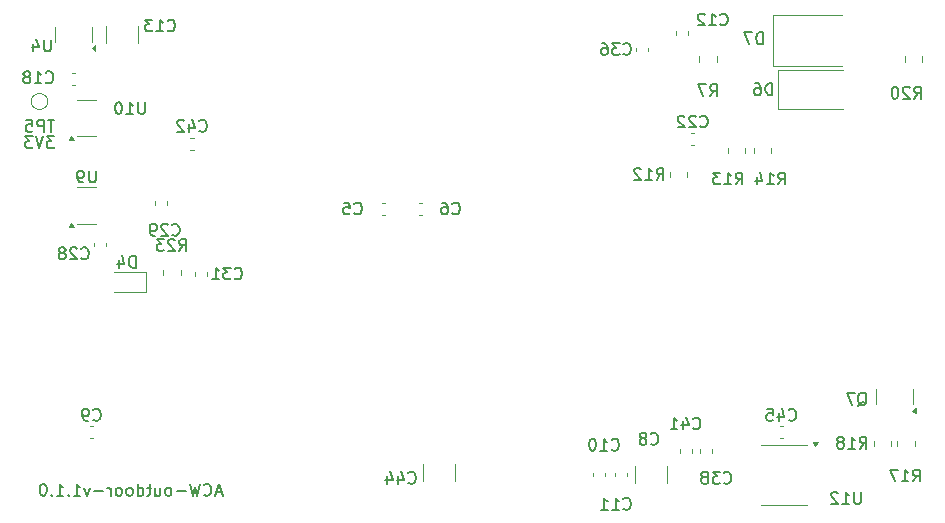
<source format=gbr>
%TF.GenerationSoftware,KiCad,Pcbnew,8.0.2-8.0.2-0~ubuntu22.04.1*%
%TF.CreationDate,2024-05-11T00:12:29+03:00*%
%TF.ProjectId,outdoor-module,6f757464-6f6f-4722-9d6d-6f64756c652e,rev?*%
%TF.SameCoordinates,Original*%
%TF.FileFunction,Legend,Bot*%
%TF.FilePolarity,Positive*%
%FSLAX46Y46*%
G04 Gerber Fmt 4.6, Leading zero omitted, Abs format (unit mm)*
G04 Created by KiCad (PCBNEW 8.0.2-8.0.2-0~ubuntu22.04.1) date 2024-05-11 00:12:29*
%MOMM*%
%LPD*%
G01*
G04 APERTURE LIST*
%ADD10C,0.150000*%
%ADD11C,0.120000*%
G04 APERTURE END LIST*
D10*
X77210839Y-81084104D02*
X76734649Y-81084104D01*
X77306077Y-81369819D02*
X76972744Y-80369819D01*
X76972744Y-80369819D02*
X76639411Y-81369819D01*
X75734649Y-81274580D02*
X75782268Y-81322200D01*
X75782268Y-81322200D02*
X75925125Y-81369819D01*
X75925125Y-81369819D02*
X76020363Y-81369819D01*
X76020363Y-81369819D02*
X76163220Y-81322200D01*
X76163220Y-81322200D02*
X76258458Y-81226961D01*
X76258458Y-81226961D02*
X76306077Y-81131723D01*
X76306077Y-81131723D02*
X76353696Y-80941247D01*
X76353696Y-80941247D02*
X76353696Y-80798390D01*
X76353696Y-80798390D02*
X76306077Y-80607914D01*
X76306077Y-80607914D02*
X76258458Y-80512676D01*
X76258458Y-80512676D02*
X76163220Y-80417438D01*
X76163220Y-80417438D02*
X76020363Y-80369819D01*
X76020363Y-80369819D02*
X75925125Y-80369819D01*
X75925125Y-80369819D02*
X75782268Y-80417438D01*
X75782268Y-80417438D02*
X75734649Y-80465057D01*
X75401315Y-80369819D02*
X75163220Y-81369819D01*
X75163220Y-81369819D02*
X74972744Y-80655533D01*
X74972744Y-80655533D02*
X74782268Y-81369819D01*
X74782268Y-81369819D02*
X74544173Y-80369819D01*
X74163220Y-80988866D02*
X73401316Y-80988866D01*
X72782268Y-81369819D02*
X72877506Y-81322200D01*
X72877506Y-81322200D02*
X72925125Y-81274580D01*
X72925125Y-81274580D02*
X72972744Y-81179342D01*
X72972744Y-81179342D02*
X72972744Y-80893628D01*
X72972744Y-80893628D02*
X72925125Y-80798390D01*
X72925125Y-80798390D02*
X72877506Y-80750771D01*
X72877506Y-80750771D02*
X72782268Y-80703152D01*
X72782268Y-80703152D02*
X72639411Y-80703152D01*
X72639411Y-80703152D02*
X72544173Y-80750771D01*
X72544173Y-80750771D02*
X72496554Y-80798390D01*
X72496554Y-80798390D02*
X72448935Y-80893628D01*
X72448935Y-80893628D02*
X72448935Y-81179342D01*
X72448935Y-81179342D02*
X72496554Y-81274580D01*
X72496554Y-81274580D02*
X72544173Y-81322200D01*
X72544173Y-81322200D02*
X72639411Y-81369819D01*
X72639411Y-81369819D02*
X72782268Y-81369819D01*
X71591792Y-80703152D02*
X71591792Y-81369819D01*
X72020363Y-80703152D02*
X72020363Y-81226961D01*
X72020363Y-81226961D02*
X71972744Y-81322200D01*
X71972744Y-81322200D02*
X71877506Y-81369819D01*
X71877506Y-81369819D02*
X71734649Y-81369819D01*
X71734649Y-81369819D02*
X71639411Y-81322200D01*
X71639411Y-81322200D02*
X71591792Y-81274580D01*
X71258458Y-80703152D02*
X70877506Y-80703152D01*
X71115601Y-80369819D02*
X71115601Y-81226961D01*
X71115601Y-81226961D02*
X71067982Y-81322200D01*
X71067982Y-81322200D02*
X70972744Y-81369819D01*
X70972744Y-81369819D02*
X70877506Y-81369819D01*
X70115601Y-81369819D02*
X70115601Y-80369819D01*
X70115601Y-81322200D02*
X70210839Y-81369819D01*
X70210839Y-81369819D02*
X70401315Y-81369819D01*
X70401315Y-81369819D02*
X70496553Y-81322200D01*
X70496553Y-81322200D02*
X70544172Y-81274580D01*
X70544172Y-81274580D02*
X70591791Y-81179342D01*
X70591791Y-81179342D02*
X70591791Y-80893628D01*
X70591791Y-80893628D02*
X70544172Y-80798390D01*
X70544172Y-80798390D02*
X70496553Y-80750771D01*
X70496553Y-80750771D02*
X70401315Y-80703152D01*
X70401315Y-80703152D02*
X70210839Y-80703152D01*
X70210839Y-80703152D02*
X70115601Y-80750771D01*
X69496553Y-81369819D02*
X69591791Y-81322200D01*
X69591791Y-81322200D02*
X69639410Y-81274580D01*
X69639410Y-81274580D02*
X69687029Y-81179342D01*
X69687029Y-81179342D02*
X69687029Y-80893628D01*
X69687029Y-80893628D02*
X69639410Y-80798390D01*
X69639410Y-80798390D02*
X69591791Y-80750771D01*
X69591791Y-80750771D02*
X69496553Y-80703152D01*
X69496553Y-80703152D02*
X69353696Y-80703152D01*
X69353696Y-80703152D02*
X69258458Y-80750771D01*
X69258458Y-80750771D02*
X69210839Y-80798390D01*
X69210839Y-80798390D02*
X69163220Y-80893628D01*
X69163220Y-80893628D02*
X69163220Y-81179342D01*
X69163220Y-81179342D02*
X69210839Y-81274580D01*
X69210839Y-81274580D02*
X69258458Y-81322200D01*
X69258458Y-81322200D02*
X69353696Y-81369819D01*
X69353696Y-81369819D02*
X69496553Y-81369819D01*
X68591791Y-81369819D02*
X68687029Y-81322200D01*
X68687029Y-81322200D02*
X68734648Y-81274580D01*
X68734648Y-81274580D02*
X68782267Y-81179342D01*
X68782267Y-81179342D02*
X68782267Y-80893628D01*
X68782267Y-80893628D02*
X68734648Y-80798390D01*
X68734648Y-80798390D02*
X68687029Y-80750771D01*
X68687029Y-80750771D02*
X68591791Y-80703152D01*
X68591791Y-80703152D02*
X68448934Y-80703152D01*
X68448934Y-80703152D02*
X68353696Y-80750771D01*
X68353696Y-80750771D02*
X68306077Y-80798390D01*
X68306077Y-80798390D02*
X68258458Y-80893628D01*
X68258458Y-80893628D02*
X68258458Y-81179342D01*
X68258458Y-81179342D02*
X68306077Y-81274580D01*
X68306077Y-81274580D02*
X68353696Y-81322200D01*
X68353696Y-81322200D02*
X68448934Y-81369819D01*
X68448934Y-81369819D02*
X68591791Y-81369819D01*
X67829886Y-81369819D02*
X67829886Y-80703152D01*
X67829886Y-80893628D02*
X67782267Y-80798390D01*
X67782267Y-80798390D02*
X67734648Y-80750771D01*
X67734648Y-80750771D02*
X67639410Y-80703152D01*
X67639410Y-80703152D02*
X67544172Y-80703152D01*
X67210838Y-80988866D02*
X66448934Y-80988866D01*
X66067981Y-80703152D02*
X65829886Y-81369819D01*
X65829886Y-81369819D02*
X65591791Y-80703152D01*
X64687029Y-81369819D02*
X65258457Y-81369819D01*
X64972743Y-81369819D02*
X64972743Y-80369819D01*
X64972743Y-80369819D02*
X65067981Y-80512676D01*
X65067981Y-80512676D02*
X65163219Y-80607914D01*
X65163219Y-80607914D02*
X65258457Y-80655533D01*
X64258457Y-81274580D02*
X64210838Y-81322200D01*
X64210838Y-81322200D02*
X64258457Y-81369819D01*
X64258457Y-81369819D02*
X64306076Y-81322200D01*
X64306076Y-81322200D02*
X64258457Y-81274580D01*
X64258457Y-81274580D02*
X64258457Y-81369819D01*
X63258458Y-81369819D02*
X63829886Y-81369819D01*
X63544172Y-81369819D02*
X63544172Y-80369819D01*
X63544172Y-80369819D02*
X63639410Y-80512676D01*
X63639410Y-80512676D02*
X63734648Y-80607914D01*
X63734648Y-80607914D02*
X63829886Y-80655533D01*
X62829886Y-81274580D02*
X62782267Y-81322200D01*
X62782267Y-81322200D02*
X62829886Y-81369819D01*
X62829886Y-81369819D02*
X62877505Y-81322200D01*
X62877505Y-81322200D02*
X62829886Y-81274580D01*
X62829886Y-81274580D02*
X62829886Y-81369819D01*
X62163220Y-80369819D02*
X62067982Y-80369819D01*
X62067982Y-80369819D02*
X61972744Y-80417438D01*
X61972744Y-80417438D02*
X61925125Y-80465057D01*
X61925125Y-80465057D02*
X61877506Y-80560295D01*
X61877506Y-80560295D02*
X61829887Y-80750771D01*
X61829887Y-80750771D02*
X61829887Y-80988866D01*
X61829887Y-80988866D02*
X61877506Y-81179342D01*
X61877506Y-81179342D02*
X61925125Y-81274580D01*
X61925125Y-81274580D02*
X61972744Y-81322200D01*
X61972744Y-81322200D02*
X62067982Y-81369819D01*
X62067982Y-81369819D02*
X62163220Y-81369819D01*
X62163220Y-81369819D02*
X62258458Y-81322200D01*
X62258458Y-81322200D02*
X62306077Y-81274580D01*
X62306077Y-81274580D02*
X62353696Y-81179342D01*
X62353696Y-81179342D02*
X62401315Y-80988866D01*
X62401315Y-80988866D02*
X62401315Y-80750771D01*
X62401315Y-80750771D02*
X62353696Y-80560295D01*
X62353696Y-80560295D02*
X62306077Y-80465057D01*
X62306077Y-80465057D02*
X62258458Y-80417438D01*
X62258458Y-80417438D02*
X62163220Y-80369819D01*
X111242857Y-82459580D02*
X111290476Y-82507200D01*
X111290476Y-82507200D02*
X111433333Y-82554819D01*
X111433333Y-82554819D02*
X111528571Y-82554819D01*
X111528571Y-82554819D02*
X111671428Y-82507200D01*
X111671428Y-82507200D02*
X111766666Y-82411961D01*
X111766666Y-82411961D02*
X111814285Y-82316723D01*
X111814285Y-82316723D02*
X111861904Y-82126247D01*
X111861904Y-82126247D02*
X111861904Y-81983390D01*
X111861904Y-81983390D02*
X111814285Y-81792914D01*
X111814285Y-81792914D02*
X111766666Y-81697676D01*
X111766666Y-81697676D02*
X111671428Y-81602438D01*
X111671428Y-81602438D02*
X111528571Y-81554819D01*
X111528571Y-81554819D02*
X111433333Y-81554819D01*
X111433333Y-81554819D02*
X111290476Y-81602438D01*
X111290476Y-81602438D02*
X111242857Y-81650057D01*
X110290476Y-82554819D02*
X110861904Y-82554819D01*
X110576190Y-82554819D02*
X110576190Y-81554819D01*
X110576190Y-81554819D02*
X110671428Y-81697676D01*
X110671428Y-81697676D02*
X110766666Y-81792914D01*
X110766666Y-81792914D02*
X110861904Y-81840533D01*
X109338095Y-82554819D02*
X109909523Y-82554819D01*
X109623809Y-82554819D02*
X109623809Y-81554819D01*
X109623809Y-81554819D02*
X109719047Y-81697676D01*
X109719047Y-81697676D02*
X109814285Y-81792914D01*
X109814285Y-81792914D02*
X109909523Y-81840533D01*
X73642857Y-60654819D02*
X73976190Y-60178628D01*
X74214285Y-60654819D02*
X74214285Y-59654819D01*
X74214285Y-59654819D02*
X73833333Y-59654819D01*
X73833333Y-59654819D02*
X73738095Y-59702438D01*
X73738095Y-59702438D02*
X73690476Y-59750057D01*
X73690476Y-59750057D02*
X73642857Y-59845295D01*
X73642857Y-59845295D02*
X73642857Y-59988152D01*
X73642857Y-59988152D02*
X73690476Y-60083390D01*
X73690476Y-60083390D02*
X73738095Y-60131009D01*
X73738095Y-60131009D02*
X73833333Y-60178628D01*
X73833333Y-60178628D02*
X74214285Y-60178628D01*
X73261904Y-59750057D02*
X73214285Y-59702438D01*
X73214285Y-59702438D02*
X73119047Y-59654819D01*
X73119047Y-59654819D02*
X72880952Y-59654819D01*
X72880952Y-59654819D02*
X72785714Y-59702438D01*
X72785714Y-59702438D02*
X72738095Y-59750057D01*
X72738095Y-59750057D02*
X72690476Y-59845295D01*
X72690476Y-59845295D02*
X72690476Y-59940533D01*
X72690476Y-59940533D02*
X72738095Y-60083390D01*
X72738095Y-60083390D02*
X73309523Y-60654819D01*
X73309523Y-60654819D02*
X72690476Y-60654819D01*
X72357142Y-59654819D02*
X71738095Y-59654819D01*
X71738095Y-59654819D02*
X72071428Y-60035771D01*
X72071428Y-60035771D02*
X71928571Y-60035771D01*
X71928571Y-60035771D02*
X71833333Y-60083390D01*
X71833333Y-60083390D02*
X71785714Y-60131009D01*
X71785714Y-60131009D02*
X71738095Y-60226247D01*
X71738095Y-60226247D02*
X71738095Y-60464342D01*
X71738095Y-60464342D02*
X71785714Y-60559580D01*
X71785714Y-60559580D02*
X71833333Y-60607200D01*
X71833333Y-60607200D02*
X71928571Y-60654819D01*
X71928571Y-60654819D02*
X72214285Y-60654819D01*
X72214285Y-60654819D02*
X72309523Y-60607200D01*
X72309523Y-60607200D02*
X72357142Y-60559580D01*
X72642857Y-41959580D02*
X72690476Y-42007200D01*
X72690476Y-42007200D02*
X72833333Y-42054819D01*
X72833333Y-42054819D02*
X72928571Y-42054819D01*
X72928571Y-42054819D02*
X73071428Y-42007200D01*
X73071428Y-42007200D02*
X73166666Y-41911961D01*
X73166666Y-41911961D02*
X73214285Y-41816723D01*
X73214285Y-41816723D02*
X73261904Y-41626247D01*
X73261904Y-41626247D02*
X73261904Y-41483390D01*
X73261904Y-41483390D02*
X73214285Y-41292914D01*
X73214285Y-41292914D02*
X73166666Y-41197676D01*
X73166666Y-41197676D02*
X73071428Y-41102438D01*
X73071428Y-41102438D02*
X72928571Y-41054819D01*
X72928571Y-41054819D02*
X72833333Y-41054819D01*
X72833333Y-41054819D02*
X72690476Y-41102438D01*
X72690476Y-41102438D02*
X72642857Y-41150057D01*
X71690476Y-42054819D02*
X72261904Y-42054819D01*
X71976190Y-42054819D02*
X71976190Y-41054819D01*
X71976190Y-41054819D02*
X72071428Y-41197676D01*
X72071428Y-41197676D02*
X72166666Y-41292914D01*
X72166666Y-41292914D02*
X72261904Y-41340533D01*
X71357142Y-41054819D02*
X70738095Y-41054819D01*
X70738095Y-41054819D02*
X71071428Y-41435771D01*
X71071428Y-41435771D02*
X70928571Y-41435771D01*
X70928571Y-41435771D02*
X70833333Y-41483390D01*
X70833333Y-41483390D02*
X70785714Y-41531009D01*
X70785714Y-41531009D02*
X70738095Y-41626247D01*
X70738095Y-41626247D02*
X70738095Y-41864342D01*
X70738095Y-41864342D02*
X70785714Y-41959580D01*
X70785714Y-41959580D02*
X70833333Y-42007200D01*
X70833333Y-42007200D02*
X70928571Y-42054819D01*
X70928571Y-42054819D02*
X71214285Y-42054819D01*
X71214285Y-42054819D02*
X71309523Y-42007200D01*
X71309523Y-42007200D02*
X71357142Y-41959580D01*
X62342857Y-46359580D02*
X62390476Y-46407200D01*
X62390476Y-46407200D02*
X62533333Y-46454819D01*
X62533333Y-46454819D02*
X62628571Y-46454819D01*
X62628571Y-46454819D02*
X62771428Y-46407200D01*
X62771428Y-46407200D02*
X62866666Y-46311961D01*
X62866666Y-46311961D02*
X62914285Y-46216723D01*
X62914285Y-46216723D02*
X62961904Y-46026247D01*
X62961904Y-46026247D02*
X62961904Y-45883390D01*
X62961904Y-45883390D02*
X62914285Y-45692914D01*
X62914285Y-45692914D02*
X62866666Y-45597676D01*
X62866666Y-45597676D02*
X62771428Y-45502438D01*
X62771428Y-45502438D02*
X62628571Y-45454819D01*
X62628571Y-45454819D02*
X62533333Y-45454819D01*
X62533333Y-45454819D02*
X62390476Y-45502438D01*
X62390476Y-45502438D02*
X62342857Y-45550057D01*
X61390476Y-46454819D02*
X61961904Y-46454819D01*
X61676190Y-46454819D02*
X61676190Y-45454819D01*
X61676190Y-45454819D02*
X61771428Y-45597676D01*
X61771428Y-45597676D02*
X61866666Y-45692914D01*
X61866666Y-45692914D02*
X61961904Y-45740533D01*
X60819047Y-45883390D02*
X60914285Y-45835771D01*
X60914285Y-45835771D02*
X60961904Y-45788152D01*
X60961904Y-45788152D02*
X61009523Y-45692914D01*
X61009523Y-45692914D02*
X61009523Y-45645295D01*
X61009523Y-45645295D02*
X60961904Y-45550057D01*
X60961904Y-45550057D02*
X60914285Y-45502438D01*
X60914285Y-45502438D02*
X60819047Y-45454819D01*
X60819047Y-45454819D02*
X60628571Y-45454819D01*
X60628571Y-45454819D02*
X60533333Y-45502438D01*
X60533333Y-45502438D02*
X60485714Y-45550057D01*
X60485714Y-45550057D02*
X60438095Y-45645295D01*
X60438095Y-45645295D02*
X60438095Y-45692914D01*
X60438095Y-45692914D02*
X60485714Y-45788152D01*
X60485714Y-45788152D02*
X60533333Y-45835771D01*
X60533333Y-45835771D02*
X60628571Y-45883390D01*
X60628571Y-45883390D02*
X60819047Y-45883390D01*
X60819047Y-45883390D02*
X60914285Y-45931009D01*
X60914285Y-45931009D02*
X60961904Y-45978628D01*
X60961904Y-45978628D02*
X61009523Y-46073866D01*
X61009523Y-46073866D02*
X61009523Y-46264342D01*
X61009523Y-46264342D02*
X60961904Y-46359580D01*
X60961904Y-46359580D02*
X60914285Y-46407200D01*
X60914285Y-46407200D02*
X60819047Y-46454819D01*
X60819047Y-46454819D02*
X60628571Y-46454819D01*
X60628571Y-46454819D02*
X60533333Y-46407200D01*
X60533333Y-46407200D02*
X60485714Y-46359580D01*
X60485714Y-46359580D02*
X60438095Y-46264342D01*
X60438095Y-46264342D02*
X60438095Y-46073866D01*
X60438095Y-46073866D02*
X60485714Y-45978628D01*
X60485714Y-45978628D02*
X60533333Y-45931009D01*
X60533333Y-45931009D02*
X60628571Y-45883390D01*
X124343272Y-55024211D02*
X124676605Y-54548020D01*
X124914700Y-55024211D02*
X124914700Y-54024211D01*
X124914700Y-54024211D02*
X124533748Y-54024211D01*
X124533748Y-54024211D02*
X124438510Y-54071830D01*
X124438510Y-54071830D02*
X124390891Y-54119449D01*
X124390891Y-54119449D02*
X124343272Y-54214687D01*
X124343272Y-54214687D02*
X124343272Y-54357544D01*
X124343272Y-54357544D02*
X124390891Y-54452782D01*
X124390891Y-54452782D02*
X124438510Y-54500401D01*
X124438510Y-54500401D02*
X124533748Y-54548020D01*
X124533748Y-54548020D02*
X124914700Y-54548020D01*
X123390891Y-55024211D02*
X123962319Y-55024211D01*
X123676605Y-55024211D02*
X123676605Y-54024211D01*
X123676605Y-54024211D02*
X123771843Y-54167068D01*
X123771843Y-54167068D02*
X123867081Y-54262306D01*
X123867081Y-54262306D02*
X123962319Y-54309925D01*
X122533748Y-54357544D02*
X122533748Y-55024211D01*
X122771843Y-53976592D02*
X123009938Y-54690877D01*
X123009938Y-54690877D02*
X122390891Y-54690877D01*
X125242857Y-74929580D02*
X125290476Y-74977200D01*
X125290476Y-74977200D02*
X125433333Y-75024819D01*
X125433333Y-75024819D02*
X125528571Y-75024819D01*
X125528571Y-75024819D02*
X125671428Y-74977200D01*
X125671428Y-74977200D02*
X125766666Y-74881961D01*
X125766666Y-74881961D02*
X125814285Y-74786723D01*
X125814285Y-74786723D02*
X125861904Y-74596247D01*
X125861904Y-74596247D02*
X125861904Y-74453390D01*
X125861904Y-74453390D02*
X125814285Y-74262914D01*
X125814285Y-74262914D02*
X125766666Y-74167676D01*
X125766666Y-74167676D02*
X125671428Y-74072438D01*
X125671428Y-74072438D02*
X125528571Y-74024819D01*
X125528571Y-74024819D02*
X125433333Y-74024819D01*
X125433333Y-74024819D02*
X125290476Y-74072438D01*
X125290476Y-74072438D02*
X125242857Y-74120057D01*
X124385714Y-74358152D02*
X124385714Y-75024819D01*
X124623809Y-73977200D02*
X124861904Y-74691485D01*
X124861904Y-74691485D02*
X124242857Y-74691485D01*
X123385714Y-74024819D02*
X123861904Y-74024819D01*
X123861904Y-74024819D02*
X123909523Y-74501009D01*
X123909523Y-74501009D02*
X123861904Y-74453390D01*
X123861904Y-74453390D02*
X123766666Y-74405771D01*
X123766666Y-74405771D02*
X123528571Y-74405771D01*
X123528571Y-74405771D02*
X123433333Y-74453390D01*
X123433333Y-74453390D02*
X123385714Y-74501009D01*
X123385714Y-74501009D02*
X123338095Y-74596247D01*
X123338095Y-74596247D02*
X123338095Y-74834342D01*
X123338095Y-74834342D02*
X123385714Y-74929580D01*
X123385714Y-74929580D02*
X123433333Y-74977200D01*
X123433333Y-74977200D02*
X123528571Y-75024819D01*
X123528571Y-75024819D02*
X123766666Y-75024819D01*
X123766666Y-75024819D02*
X123861904Y-74977200D01*
X123861904Y-74977200D02*
X123909523Y-74929580D01*
X118566666Y-47554819D02*
X118899999Y-47078628D01*
X119138094Y-47554819D02*
X119138094Y-46554819D01*
X119138094Y-46554819D02*
X118757142Y-46554819D01*
X118757142Y-46554819D02*
X118661904Y-46602438D01*
X118661904Y-46602438D02*
X118614285Y-46650057D01*
X118614285Y-46650057D02*
X118566666Y-46745295D01*
X118566666Y-46745295D02*
X118566666Y-46888152D01*
X118566666Y-46888152D02*
X118614285Y-46983390D01*
X118614285Y-46983390D02*
X118661904Y-47031009D01*
X118661904Y-47031009D02*
X118757142Y-47078628D01*
X118757142Y-47078628D02*
X119138094Y-47078628D01*
X118233332Y-46554819D02*
X117566666Y-46554819D01*
X117566666Y-46554819D02*
X117995237Y-47554819D01*
X123838094Y-47454819D02*
X123838094Y-46454819D01*
X123838094Y-46454819D02*
X123599999Y-46454819D01*
X123599999Y-46454819D02*
X123457142Y-46502438D01*
X123457142Y-46502438D02*
X123361904Y-46597676D01*
X123361904Y-46597676D02*
X123314285Y-46692914D01*
X123314285Y-46692914D02*
X123266666Y-46883390D01*
X123266666Y-46883390D02*
X123266666Y-47026247D01*
X123266666Y-47026247D02*
X123314285Y-47216723D01*
X123314285Y-47216723D02*
X123361904Y-47311961D01*
X123361904Y-47311961D02*
X123457142Y-47407200D01*
X123457142Y-47407200D02*
X123599999Y-47454819D01*
X123599999Y-47454819D02*
X123838094Y-47454819D01*
X122409523Y-46454819D02*
X122599999Y-46454819D01*
X122599999Y-46454819D02*
X122695237Y-46502438D01*
X122695237Y-46502438D02*
X122742856Y-46550057D01*
X122742856Y-46550057D02*
X122838094Y-46692914D01*
X122838094Y-46692914D02*
X122885713Y-46883390D01*
X122885713Y-46883390D02*
X122885713Y-47264342D01*
X122885713Y-47264342D02*
X122838094Y-47359580D01*
X122838094Y-47359580D02*
X122790475Y-47407200D01*
X122790475Y-47407200D02*
X122695237Y-47454819D01*
X122695237Y-47454819D02*
X122504761Y-47454819D01*
X122504761Y-47454819D02*
X122409523Y-47407200D01*
X122409523Y-47407200D02*
X122361904Y-47359580D01*
X122361904Y-47359580D02*
X122314285Y-47264342D01*
X122314285Y-47264342D02*
X122314285Y-47026247D01*
X122314285Y-47026247D02*
X122361904Y-46931009D01*
X122361904Y-46931009D02*
X122409523Y-46883390D01*
X122409523Y-46883390D02*
X122504761Y-46835771D01*
X122504761Y-46835771D02*
X122695237Y-46835771D01*
X122695237Y-46835771D02*
X122790475Y-46883390D01*
X122790475Y-46883390D02*
X122838094Y-46931009D01*
X122838094Y-46931009D02*
X122885713Y-47026247D01*
X123038094Y-43154819D02*
X123038094Y-42154819D01*
X123038094Y-42154819D02*
X122799999Y-42154819D01*
X122799999Y-42154819D02*
X122657142Y-42202438D01*
X122657142Y-42202438D02*
X122561904Y-42297676D01*
X122561904Y-42297676D02*
X122514285Y-42392914D01*
X122514285Y-42392914D02*
X122466666Y-42583390D01*
X122466666Y-42583390D02*
X122466666Y-42726247D01*
X122466666Y-42726247D02*
X122514285Y-42916723D01*
X122514285Y-42916723D02*
X122561904Y-43011961D01*
X122561904Y-43011961D02*
X122657142Y-43107200D01*
X122657142Y-43107200D02*
X122799999Y-43154819D01*
X122799999Y-43154819D02*
X123038094Y-43154819D01*
X122133332Y-42154819D02*
X121466666Y-42154819D01*
X121466666Y-42154819D02*
X121895237Y-43154819D01*
X120743272Y-55024211D02*
X121076605Y-54548020D01*
X121314700Y-55024211D02*
X121314700Y-54024211D01*
X121314700Y-54024211D02*
X120933748Y-54024211D01*
X120933748Y-54024211D02*
X120838510Y-54071830D01*
X120838510Y-54071830D02*
X120790891Y-54119449D01*
X120790891Y-54119449D02*
X120743272Y-54214687D01*
X120743272Y-54214687D02*
X120743272Y-54357544D01*
X120743272Y-54357544D02*
X120790891Y-54452782D01*
X120790891Y-54452782D02*
X120838510Y-54500401D01*
X120838510Y-54500401D02*
X120933748Y-54548020D01*
X120933748Y-54548020D02*
X121314700Y-54548020D01*
X119790891Y-55024211D02*
X120362319Y-55024211D01*
X120076605Y-55024211D02*
X120076605Y-54024211D01*
X120076605Y-54024211D02*
X120171843Y-54167068D01*
X120171843Y-54167068D02*
X120267081Y-54262306D01*
X120267081Y-54262306D02*
X120362319Y-54309925D01*
X119457557Y-54024211D02*
X118838510Y-54024211D01*
X118838510Y-54024211D02*
X119171843Y-54405163D01*
X119171843Y-54405163D02*
X119028986Y-54405163D01*
X119028986Y-54405163D02*
X118933748Y-54452782D01*
X118933748Y-54452782D02*
X118886129Y-54500401D01*
X118886129Y-54500401D02*
X118838510Y-54595639D01*
X118838510Y-54595639D02*
X118838510Y-54833734D01*
X118838510Y-54833734D02*
X118886129Y-54928972D01*
X118886129Y-54928972D02*
X118933748Y-54976592D01*
X118933748Y-54976592D02*
X119028986Y-55024211D01*
X119028986Y-55024211D02*
X119314700Y-55024211D01*
X119314700Y-55024211D02*
X119409938Y-54976592D01*
X119409938Y-54976592D02*
X119457557Y-54928972D01*
X131338094Y-81054819D02*
X131338094Y-81864342D01*
X131338094Y-81864342D02*
X131290475Y-81959580D01*
X131290475Y-81959580D02*
X131242856Y-82007200D01*
X131242856Y-82007200D02*
X131147618Y-82054819D01*
X131147618Y-82054819D02*
X130957142Y-82054819D01*
X130957142Y-82054819D02*
X130861904Y-82007200D01*
X130861904Y-82007200D02*
X130814285Y-81959580D01*
X130814285Y-81959580D02*
X130766666Y-81864342D01*
X130766666Y-81864342D02*
X130766666Y-81054819D01*
X129766666Y-82054819D02*
X130338094Y-82054819D01*
X130052380Y-82054819D02*
X130052380Y-81054819D01*
X130052380Y-81054819D02*
X130147618Y-81197676D01*
X130147618Y-81197676D02*
X130242856Y-81292914D01*
X130242856Y-81292914D02*
X130338094Y-81340533D01*
X129385713Y-81150057D02*
X129338094Y-81102438D01*
X129338094Y-81102438D02*
X129242856Y-81054819D01*
X129242856Y-81054819D02*
X129004761Y-81054819D01*
X129004761Y-81054819D02*
X128909523Y-81102438D01*
X128909523Y-81102438D02*
X128861904Y-81150057D01*
X128861904Y-81150057D02*
X128814285Y-81245295D01*
X128814285Y-81245295D02*
X128814285Y-81340533D01*
X128814285Y-81340533D02*
X128861904Y-81483390D01*
X128861904Y-81483390D02*
X129433332Y-82054819D01*
X129433332Y-82054819D02*
X128814285Y-82054819D01*
X62761904Y-42754819D02*
X62761904Y-43564342D01*
X62761904Y-43564342D02*
X62714285Y-43659580D01*
X62714285Y-43659580D02*
X62666666Y-43707200D01*
X62666666Y-43707200D02*
X62571428Y-43754819D01*
X62571428Y-43754819D02*
X62380952Y-43754819D01*
X62380952Y-43754819D02*
X62285714Y-43707200D01*
X62285714Y-43707200D02*
X62238095Y-43659580D01*
X62238095Y-43659580D02*
X62190476Y-43564342D01*
X62190476Y-43564342D02*
X62190476Y-42754819D01*
X61285714Y-43088152D02*
X61285714Y-43754819D01*
X61523809Y-42707200D02*
X61761904Y-43421485D01*
X61761904Y-43421485D02*
X61142857Y-43421485D01*
X93042857Y-80259580D02*
X93090476Y-80307200D01*
X93090476Y-80307200D02*
X93233333Y-80354819D01*
X93233333Y-80354819D02*
X93328571Y-80354819D01*
X93328571Y-80354819D02*
X93471428Y-80307200D01*
X93471428Y-80307200D02*
X93566666Y-80211961D01*
X93566666Y-80211961D02*
X93614285Y-80116723D01*
X93614285Y-80116723D02*
X93661904Y-79926247D01*
X93661904Y-79926247D02*
X93661904Y-79783390D01*
X93661904Y-79783390D02*
X93614285Y-79592914D01*
X93614285Y-79592914D02*
X93566666Y-79497676D01*
X93566666Y-79497676D02*
X93471428Y-79402438D01*
X93471428Y-79402438D02*
X93328571Y-79354819D01*
X93328571Y-79354819D02*
X93233333Y-79354819D01*
X93233333Y-79354819D02*
X93090476Y-79402438D01*
X93090476Y-79402438D02*
X93042857Y-79450057D01*
X92185714Y-79688152D02*
X92185714Y-80354819D01*
X92423809Y-79307200D02*
X92661904Y-80021485D01*
X92661904Y-80021485D02*
X92042857Y-80021485D01*
X91233333Y-79688152D02*
X91233333Y-80354819D01*
X91471428Y-79307200D02*
X91709523Y-80021485D01*
X91709523Y-80021485D02*
X91090476Y-80021485D01*
X88466666Y-57459580D02*
X88514285Y-57507200D01*
X88514285Y-57507200D02*
X88657142Y-57554819D01*
X88657142Y-57554819D02*
X88752380Y-57554819D01*
X88752380Y-57554819D02*
X88895237Y-57507200D01*
X88895237Y-57507200D02*
X88990475Y-57411961D01*
X88990475Y-57411961D02*
X89038094Y-57316723D01*
X89038094Y-57316723D02*
X89085713Y-57126247D01*
X89085713Y-57126247D02*
X89085713Y-56983390D01*
X89085713Y-56983390D02*
X89038094Y-56792914D01*
X89038094Y-56792914D02*
X88990475Y-56697676D01*
X88990475Y-56697676D02*
X88895237Y-56602438D01*
X88895237Y-56602438D02*
X88752380Y-56554819D01*
X88752380Y-56554819D02*
X88657142Y-56554819D01*
X88657142Y-56554819D02*
X88514285Y-56602438D01*
X88514285Y-56602438D02*
X88466666Y-56650057D01*
X87561904Y-56554819D02*
X88038094Y-56554819D01*
X88038094Y-56554819D02*
X88085713Y-57031009D01*
X88085713Y-57031009D02*
X88038094Y-56983390D01*
X88038094Y-56983390D02*
X87942856Y-56935771D01*
X87942856Y-56935771D02*
X87704761Y-56935771D01*
X87704761Y-56935771D02*
X87609523Y-56983390D01*
X87609523Y-56983390D02*
X87561904Y-57031009D01*
X87561904Y-57031009D02*
X87514285Y-57126247D01*
X87514285Y-57126247D02*
X87514285Y-57364342D01*
X87514285Y-57364342D02*
X87561904Y-57459580D01*
X87561904Y-57459580D02*
X87609523Y-57507200D01*
X87609523Y-57507200D02*
X87704761Y-57554819D01*
X87704761Y-57554819D02*
X87942856Y-57554819D01*
X87942856Y-57554819D02*
X88038094Y-57507200D01*
X88038094Y-57507200D02*
X88085713Y-57459580D01*
X75342857Y-50459580D02*
X75390476Y-50507200D01*
X75390476Y-50507200D02*
X75533333Y-50554819D01*
X75533333Y-50554819D02*
X75628571Y-50554819D01*
X75628571Y-50554819D02*
X75771428Y-50507200D01*
X75771428Y-50507200D02*
X75866666Y-50411961D01*
X75866666Y-50411961D02*
X75914285Y-50316723D01*
X75914285Y-50316723D02*
X75961904Y-50126247D01*
X75961904Y-50126247D02*
X75961904Y-49983390D01*
X75961904Y-49983390D02*
X75914285Y-49792914D01*
X75914285Y-49792914D02*
X75866666Y-49697676D01*
X75866666Y-49697676D02*
X75771428Y-49602438D01*
X75771428Y-49602438D02*
X75628571Y-49554819D01*
X75628571Y-49554819D02*
X75533333Y-49554819D01*
X75533333Y-49554819D02*
X75390476Y-49602438D01*
X75390476Y-49602438D02*
X75342857Y-49650057D01*
X74485714Y-49888152D02*
X74485714Y-50554819D01*
X74723809Y-49507200D02*
X74961904Y-50221485D01*
X74961904Y-50221485D02*
X74342857Y-50221485D01*
X74009523Y-49650057D02*
X73961904Y-49602438D01*
X73961904Y-49602438D02*
X73866666Y-49554819D01*
X73866666Y-49554819D02*
X73628571Y-49554819D01*
X73628571Y-49554819D02*
X73533333Y-49602438D01*
X73533333Y-49602438D02*
X73485714Y-49650057D01*
X73485714Y-49650057D02*
X73438095Y-49745295D01*
X73438095Y-49745295D02*
X73438095Y-49840533D01*
X73438095Y-49840533D02*
X73485714Y-49983390D01*
X73485714Y-49983390D02*
X74057142Y-50554819D01*
X74057142Y-50554819D02*
X73438095Y-50554819D01*
X117142857Y-75659580D02*
X117190476Y-75707200D01*
X117190476Y-75707200D02*
X117333333Y-75754819D01*
X117333333Y-75754819D02*
X117428571Y-75754819D01*
X117428571Y-75754819D02*
X117571428Y-75707200D01*
X117571428Y-75707200D02*
X117666666Y-75611961D01*
X117666666Y-75611961D02*
X117714285Y-75516723D01*
X117714285Y-75516723D02*
X117761904Y-75326247D01*
X117761904Y-75326247D02*
X117761904Y-75183390D01*
X117761904Y-75183390D02*
X117714285Y-74992914D01*
X117714285Y-74992914D02*
X117666666Y-74897676D01*
X117666666Y-74897676D02*
X117571428Y-74802438D01*
X117571428Y-74802438D02*
X117428571Y-74754819D01*
X117428571Y-74754819D02*
X117333333Y-74754819D01*
X117333333Y-74754819D02*
X117190476Y-74802438D01*
X117190476Y-74802438D02*
X117142857Y-74850057D01*
X116285714Y-75088152D02*
X116285714Y-75754819D01*
X116523809Y-74707200D02*
X116761904Y-75421485D01*
X116761904Y-75421485D02*
X116142857Y-75421485D01*
X115238095Y-75754819D02*
X115809523Y-75754819D01*
X115523809Y-75754819D02*
X115523809Y-74754819D01*
X115523809Y-74754819D02*
X115619047Y-74897676D01*
X115619047Y-74897676D02*
X115714285Y-74992914D01*
X115714285Y-74992914D02*
X115809523Y-75040533D01*
X70738094Y-48054819D02*
X70738094Y-48864342D01*
X70738094Y-48864342D02*
X70690475Y-48959580D01*
X70690475Y-48959580D02*
X70642856Y-49007200D01*
X70642856Y-49007200D02*
X70547618Y-49054819D01*
X70547618Y-49054819D02*
X70357142Y-49054819D01*
X70357142Y-49054819D02*
X70261904Y-49007200D01*
X70261904Y-49007200D02*
X70214285Y-48959580D01*
X70214285Y-48959580D02*
X70166666Y-48864342D01*
X70166666Y-48864342D02*
X70166666Y-48054819D01*
X69166666Y-49054819D02*
X69738094Y-49054819D01*
X69452380Y-49054819D02*
X69452380Y-48054819D01*
X69452380Y-48054819D02*
X69547618Y-48197676D01*
X69547618Y-48197676D02*
X69642856Y-48292914D01*
X69642856Y-48292914D02*
X69738094Y-48340533D01*
X68547618Y-48054819D02*
X68452380Y-48054819D01*
X68452380Y-48054819D02*
X68357142Y-48102438D01*
X68357142Y-48102438D02*
X68309523Y-48150057D01*
X68309523Y-48150057D02*
X68261904Y-48245295D01*
X68261904Y-48245295D02*
X68214285Y-48435771D01*
X68214285Y-48435771D02*
X68214285Y-48673866D01*
X68214285Y-48673866D02*
X68261904Y-48864342D01*
X68261904Y-48864342D02*
X68309523Y-48959580D01*
X68309523Y-48959580D02*
X68357142Y-49007200D01*
X68357142Y-49007200D02*
X68452380Y-49054819D01*
X68452380Y-49054819D02*
X68547618Y-49054819D01*
X68547618Y-49054819D02*
X68642856Y-49007200D01*
X68642856Y-49007200D02*
X68690475Y-48959580D01*
X68690475Y-48959580D02*
X68738094Y-48864342D01*
X68738094Y-48864342D02*
X68785713Y-48673866D01*
X68785713Y-48673866D02*
X68785713Y-48435771D01*
X68785713Y-48435771D02*
X68738094Y-48245295D01*
X68738094Y-48245295D02*
X68690475Y-48150057D01*
X68690475Y-48150057D02*
X68642856Y-48102438D01*
X68642856Y-48102438D02*
X68547618Y-48054819D01*
X66366666Y-74929580D02*
X66414285Y-74977200D01*
X66414285Y-74977200D02*
X66557142Y-75024819D01*
X66557142Y-75024819D02*
X66652380Y-75024819D01*
X66652380Y-75024819D02*
X66795237Y-74977200D01*
X66795237Y-74977200D02*
X66890475Y-74881961D01*
X66890475Y-74881961D02*
X66938094Y-74786723D01*
X66938094Y-74786723D02*
X66985713Y-74596247D01*
X66985713Y-74596247D02*
X66985713Y-74453390D01*
X66985713Y-74453390D02*
X66938094Y-74262914D01*
X66938094Y-74262914D02*
X66890475Y-74167676D01*
X66890475Y-74167676D02*
X66795237Y-74072438D01*
X66795237Y-74072438D02*
X66652380Y-74024819D01*
X66652380Y-74024819D02*
X66557142Y-74024819D01*
X66557142Y-74024819D02*
X66414285Y-74072438D01*
X66414285Y-74072438D02*
X66366666Y-74120057D01*
X65890475Y-75024819D02*
X65699999Y-75024819D01*
X65699999Y-75024819D02*
X65604761Y-74977200D01*
X65604761Y-74977200D02*
X65557142Y-74929580D01*
X65557142Y-74929580D02*
X65461904Y-74786723D01*
X65461904Y-74786723D02*
X65414285Y-74596247D01*
X65414285Y-74596247D02*
X65414285Y-74215295D01*
X65414285Y-74215295D02*
X65461904Y-74120057D01*
X65461904Y-74120057D02*
X65509523Y-74072438D01*
X65509523Y-74072438D02*
X65604761Y-74024819D01*
X65604761Y-74024819D02*
X65795237Y-74024819D01*
X65795237Y-74024819D02*
X65890475Y-74072438D01*
X65890475Y-74072438D02*
X65938094Y-74120057D01*
X65938094Y-74120057D02*
X65985713Y-74215295D01*
X65985713Y-74215295D02*
X65985713Y-74453390D01*
X65985713Y-74453390D02*
X65938094Y-74548628D01*
X65938094Y-74548628D02*
X65890475Y-74596247D01*
X65890475Y-74596247D02*
X65795237Y-74643866D01*
X65795237Y-74643866D02*
X65604761Y-74643866D01*
X65604761Y-74643866D02*
X65509523Y-74596247D01*
X65509523Y-74596247D02*
X65461904Y-74548628D01*
X65461904Y-74548628D02*
X65414285Y-74453390D01*
X65342857Y-61259580D02*
X65390476Y-61307200D01*
X65390476Y-61307200D02*
X65533333Y-61354819D01*
X65533333Y-61354819D02*
X65628571Y-61354819D01*
X65628571Y-61354819D02*
X65771428Y-61307200D01*
X65771428Y-61307200D02*
X65866666Y-61211961D01*
X65866666Y-61211961D02*
X65914285Y-61116723D01*
X65914285Y-61116723D02*
X65961904Y-60926247D01*
X65961904Y-60926247D02*
X65961904Y-60783390D01*
X65961904Y-60783390D02*
X65914285Y-60592914D01*
X65914285Y-60592914D02*
X65866666Y-60497676D01*
X65866666Y-60497676D02*
X65771428Y-60402438D01*
X65771428Y-60402438D02*
X65628571Y-60354819D01*
X65628571Y-60354819D02*
X65533333Y-60354819D01*
X65533333Y-60354819D02*
X65390476Y-60402438D01*
X65390476Y-60402438D02*
X65342857Y-60450057D01*
X64961904Y-60450057D02*
X64914285Y-60402438D01*
X64914285Y-60402438D02*
X64819047Y-60354819D01*
X64819047Y-60354819D02*
X64580952Y-60354819D01*
X64580952Y-60354819D02*
X64485714Y-60402438D01*
X64485714Y-60402438D02*
X64438095Y-60450057D01*
X64438095Y-60450057D02*
X64390476Y-60545295D01*
X64390476Y-60545295D02*
X64390476Y-60640533D01*
X64390476Y-60640533D02*
X64438095Y-60783390D01*
X64438095Y-60783390D02*
X65009523Y-61354819D01*
X65009523Y-61354819D02*
X64390476Y-61354819D01*
X63819047Y-60783390D02*
X63914285Y-60735771D01*
X63914285Y-60735771D02*
X63961904Y-60688152D01*
X63961904Y-60688152D02*
X64009523Y-60592914D01*
X64009523Y-60592914D02*
X64009523Y-60545295D01*
X64009523Y-60545295D02*
X63961904Y-60450057D01*
X63961904Y-60450057D02*
X63914285Y-60402438D01*
X63914285Y-60402438D02*
X63819047Y-60354819D01*
X63819047Y-60354819D02*
X63628571Y-60354819D01*
X63628571Y-60354819D02*
X63533333Y-60402438D01*
X63533333Y-60402438D02*
X63485714Y-60450057D01*
X63485714Y-60450057D02*
X63438095Y-60545295D01*
X63438095Y-60545295D02*
X63438095Y-60592914D01*
X63438095Y-60592914D02*
X63485714Y-60688152D01*
X63485714Y-60688152D02*
X63533333Y-60735771D01*
X63533333Y-60735771D02*
X63628571Y-60783390D01*
X63628571Y-60783390D02*
X63819047Y-60783390D01*
X63819047Y-60783390D02*
X63914285Y-60831009D01*
X63914285Y-60831009D02*
X63961904Y-60878628D01*
X63961904Y-60878628D02*
X64009523Y-60973866D01*
X64009523Y-60973866D02*
X64009523Y-61164342D01*
X64009523Y-61164342D02*
X63961904Y-61259580D01*
X63961904Y-61259580D02*
X63914285Y-61307200D01*
X63914285Y-61307200D02*
X63819047Y-61354819D01*
X63819047Y-61354819D02*
X63628571Y-61354819D01*
X63628571Y-61354819D02*
X63533333Y-61307200D01*
X63533333Y-61307200D02*
X63485714Y-61259580D01*
X63485714Y-61259580D02*
X63438095Y-61164342D01*
X63438095Y-61164342D02*
X63438095Y-60973866D01*
X63438095Y-60973866D02*
X63485714Y-60878628D01*
X63485714Y-60878628D02*
X63533333Y-60831009D01*
X63533333Y-60831009D02*
X63628571Y-60783390D01*
X73042857Y-59259580D02*
X73090476Y-59307200D01*
X73090476Y-59307200D02*
X73233333Y-59354819D01*
X73233333Y-59354819D02*
X73328571Y-59354819D01*
X73328571Y-59354819D02*
X73471428Y-59307200D01*
X73471428Y-59307200D02*
X73566666Y-59211961D01*
X73566666Y-59211961D02*
X73614285Y-59116723D01*
X73614285Y-59116723D02*
X73661904Y-58926247D01*
X73661904Y-58926247D02*
X73661904Y-58783390D01*
X73661904Y-58783390D02*
X73614285Y-58592914D01*
X73614285Y-58592914D02*
X73566666Y-58497676D01*
X73566666Y-58497676D02*
X73471428Y-58402438D01*
X73471428Y-58402438D02*
X73328571Y-58354819D01*
X73328571Y-58354819D02*
X73233333Y-58354819D01*
X73233333Y-58354819D02*
X73090476Y-58402438D01*
X73090476Y-58402438D02*
X73042857Y-58450057D01*
X72661904Y-58450057D02*
X72614285Y-58402438D01*
X72614285Y-58402438D02*
X72519047Y-58354819D01*
X72519047Y-58354819D02*
X72280952Y-58354819D01*
X72280952Y-58354819D02*
X72185714Y-58402438D01*
X72185714Y-58402438D02*
X72138095Y-58450057D01*
X72138095Y-58450057D02*
X72090476Y-58545295D01*
X72090476Y-58545295D02*
X72090476Y-58640533D01*
X72090476Y-58640533D02*
X72138095Y-58783390D01*
X72138095Y-58783390D02*
X72709523Y-59354819D01*
X72709523Y-59354819D02*
X72090476Y-59354819D01*
X71614285Y-59354819D02*
X71423809Y-59354819D01*
X71423809Y-59354819D02*
X71328571Y-59307200D01*
X71328571Y-59307200D02*
X71280952Y-59259580D01*
X71280952Y-59259580D02*
X71185714Y-59116723D01*
X71185714Y-59116723D02*
X71138095Y-58926247D01*
X71138095Y-58926247D02*
X71138095Y-58545295D01*
X71138095Y-58545295D02*
X71185714Y-58450057D01*
X71185714Y-58450057D02*
X71233333Y-58402438D01*
X71233333Y-58402438D02*
X71328571Y-58354819D01*
X71328571Y-58354819D02*
X71519047Y-58354819D01*
X71519047Y-58354819D02*
X71614285Y-58402438D01*
X71614285Y-58402438D02*
X71661904Y-58450057D01*
X71661904Y-58450057D02*
X71709523Y-58545295D01*
X71709523Y-58545295D02*
X71709523Y-58783390D01*
X71709523Y-58783390D02*
X71661904Y-58878628D01*
X71661904Y-58878628D02*
X71614285Y-58926247D01*
X71614285Y-58926247D02*
X71519047Y-58973866D01*
X71519047Y-58973866D02*
X71328571Y-58973866D01*
X71328571Y-58973866D02*
X71233333Y-58926247D01*
X71233333Y-58926247D02*
X71185714Y-58878628D01*
X71185714Y-58878628D02*
X71138095Y-58783390D01*
X114043272Y-54624211D02*
X114376605Y-54148020D01*
X114614700Y-54624211D02*
X114614700Y-53624211D01*
X114614700Y-53624211D02*
X114233748Y-53624211D01*
X114233748Y-53624211D02*
X114138510Y-53671830D01*
X114138510Y-53671830D02*
X114090891Y-53719449D01*
X114090891Y-53719449D02*
X114043272Y-53814687D01*
X114043272Y-53814687D02*
X114043272Y-53957544D01*
X114043272Y-53957544D02*
X114090891Y-54052782D01*
X114090891Y-54052782D02*
X114138510Y-54100401D01*
X114138510Y-54100401D02*
X114233748Y-54148020D01*
X114233748Y-54148020D02*
X114614700Y-54148020D01*
X113090891Y-54624211D02*
X113662319Y-54624211D01*
X113376605Y-54624211D02*
X113376605Y-53624211D01*
X113376605Y-53624211D02*
X113471843Y-53767068D01*
X113471843Y-53767068D02*
X113567081Y-53862306D01*
X113567081Y-53862306D02*
X113662319Y-53909925D01*
X112709938Y-53719449D02*
X112662319Y-53671830D01*
X112662319Y-53671830D02*
X112567081Y-53624211D01*
X112567081Y-53624211D02*
X112328986Y-53624211D01*
X112328986Y-53624211D02*
X112233748Y-53671830D01*
X112233748Y-53671830D02*
X112186129Y-53719449D01*
X112186129Y-53719449D02*
X112138510Y-53814687D01*
X112138510Y-53814687D02*
X112138510Y-53909925D01*
X112138510Y-53909925D02*
X112186129Y-54052782D01*
X112186129Y-54052782D02*
X112757557Y-54624211D01*
X112757557Y-54624211D02*
X112138510Y-54624211D01*
X110242857Y-77459580D02*
X110290476Y-77507200D01*
X110290476Y-77507200D02*
X110433333Y-77554819D01*
X110433333Y-77554819D02*
X110528571Y-77554819D01*
X110528571Y-77554819D02*
X110671428Y-77507200D01*
X110671428Y-77507200D02*
X110766666Y-77411961D01*
X110766666Y-77411961D02*
X110814285Y-77316723D01*
X110814285Y-77316723D02*
X110861904Y-77126247D01*
X110861904Y-77126247D02*
X110861904Y-76983390D01*
X110861904Y-76983390D02*
X110814285Y-76792914D01*
X110814285Y-76792914D02*
X110766666Y-76697676D01*
X110766666Y-76697676D02*
X110671428Y-76602438D01*
X110671428Y-76602438D02*
X110528571Y-76554819D01*
X110528571Y-76554819D02*
X110433333Y-76554819D01*
X110433333Y-76554819D02*
X110290476Y-76602438D01*
X110290476Y-76602438D02*
X110242857Y-76650057D01*
X109290476Y-77554819D02*
X109861904Y-77554819D01*
X109576190Y-77554819D02*
X109576190Y-76554819D01*
X109576190Y-76554819D02*
X109671428Y-76697676D01*
X109671428Y-76697676D02*
X109766666Y-76792914D01*
X109766666Y-76792914D02*
X109861904Y-76840533D01*
X108671428Y-76554819D02*
X108576190Y-76554819D01*
X108576190Y-76554819D02*
X108480952Y-76602438D01*
X108480952Y-76602438D02*
X108433333Y-76650057D01*
X108433333Y-76650057D02*
X108385714Y-76745295D01*
X108385714Y-76745295D02*
X108338095Y-76935771D01*
X108338095Y-76935771D02*
X108338095Y-77173866D01*
X108338095Y-77173866D02*
X108385714Y-77364342D01*
X108385714Y-77364342D02*
X108433333Y-77459580D01*
X108433333Y-77459580D02*
X108480952Y-77507200D01*
X108480952Y-77507200D02*
X108576190Y-77554819D01*
X108576190Y-77554819D02*
X108671428Y-77554819D01*
X108671428Y-77554819D02*
X108766666Y-77507200D01*
X108766666Y-77507200D02*
X108814285Y-77459580D01*
X108814285Y-77459580D02*
X108861904Y-77364342D01*
X108861904Y-77364342D02*
X108909523Y-77173866D01*
X108909523Y-77173866D02*
X108909523Y-76935771D01*
X108909523Y-76935771D02*
X108861904Y-76745295D01*
X108861904Y-76745295D02*
X108814285Y-76650057D01*
X108814285Y-76650057D02*
X108766666Y-76602438D01*
X108766666Y-76602438D02*
X108671428Y-76554819D01*
X113566666Y-76959580D02*
X113614285Y-77007200D01*
X113614285Y-77007200D02*
X113757142Y-77054819D01*
X113757142Y-77054819D02*
X113852380Y-77054819D01*
X113852380Y-77054819D02*
X113995237Y-77007200D01*
X113995237Y-77007200D02*
X114090475Y-76911961D01*
X114090475Y-76911961D02*
X114138094Y-76816723D01*
X114138094Y-76816723D02*
X114185713Y-76626247D01*
X114185713Y-76626247D02*
X114185713Y-76483390D01*
X114185713Y-76483390D02*
X114138094Y-76292914D01*
X114138094Y-76292914D02*
X114090475Y-76197676D01*
X114090475Y-76197676D02*
X113995237Y-76102438D01*
X113995237Y-76102438D02*
X113852380Y-76054819D01*
X113852380Y-76054819D02*
X113757142Y-76054819D01*
X113757142Y-76054819D02*
X113614285Y-76102438D01*
X113614285Y-76102438D02*
X113566666Y-76150057D01*
X112995237Y-76483390D02*
X113090475Y-76435771D01*
X113090475Y-76435771D02*
X113138094Y-76388152D01*
X113138094Y-76388152D02*
X113185713Y-76292914D01*
X113185713Y-76292914D02*
X113185713Y-76245295D01*
X113185713Y-76245295D02*
X113138094Y-76150057D01*
X113138094Y-76150057D02*
X113090475Y-76102438D01*
X113090475Y-76102438D02*
X112995237Y-76054819D01*
X112995237Y-76054819D02*
X112804761Y-76054819D01*
X112804761Y-76054819D02*
X112709523Y-76102438D01*
X112709523Y-76102438D02*
X112661904Y-76150057D01*
X112661904Y-76150057D02*
X112614285Y-76245295D01*
X112614285Y-76245295D02*
X112614285Y-76292914D01*
X112614285Y-76292914D02*
X112661904Y-76388152D01*
X112661904Y-76388152D02*
X112709523Y-76435771D01*
X112709523Y-76435771D02*
X112804761Y-76483390D01*
X112804761Y-76483390D02*
X112995237Y-76483390D01*
X112995237Y-76483390D02*
X113090475Y-76531009D01*
X113090475Y-76531009D02*
X113138094Y-76578628D01*
X113138094Y-76578628D02*
X113185713Y-76673866D01*
X113185713Y-76673866D02*
X113185713Y-76864342D01*
X113185713Y-76864342D02*
X113138094Y-76959580D01*
X113138094Y-76959580D02*
X113090475Y-77007200D01*
X113090475Y-77007200D02*
X112995237Y-77054819D01*
X112995237Y-77054819D02*
X112804761Y-77054819D01*
X112804761Y-77054819D02*
X112709523Y-77007200D01*
X112709523Y-77007200D02*
X112661904Y-76959580D01*
X112661904Y-76959580D02*
X112614285Y-76864342D01*
X112614285Y-76864342D02*
X112614285Y-76673866D01*
X112614285Y-76673866D02*
X112661904Y-76578628D01*
X112661904Y-76578628D02*
X112709523Y-76531009D01*
X112709523Y-76531009D02*
X112804761Y-76483390D01*
X131095238Y-73750057D02*
X131190476Y-73702438D01*
X131190476Y-73702438D02*
X131285714Y-73607200D01*
X131285714Y-73607200D02*
X131428571Y-73464342D01*
X131428571Y-73464342D02*
X131523809Y-73416723D01*
X131523809Y-73416723D02*
X131619047Y-73416723D01*
X131571428Y-73654819D02*
X131666666Y-73607200D01*
X131666666Y-73607200D02*
X131761904Y-73511961D01*
X131761904Y-73511961D02*
X131809523Y-73321485D01*
X131809523Y-73321485D02*
X131809523Y-72988152D01*
X131809523Y-72988152D02*
X131761904Y-72797676D01*
X131761904Y-72797676D02*
X131666666Y-72702438D01*
X131666666Y-72702438D02*
X131571428Y-72654819D01*
X131571428Y-72654819D02*
X131380952Y-72654819D01*
X131380952Y-72654819D02*
X131285714Y-72702438D01*
X131285714Y-72702438D02*
X131190476Y-72797676D01*
X131190476Y-72797676D02*
X131142857Y-72988152D01*
X131142857Y-72988152D02*
X131142857Y-73321485D01*
X131142857Y-73321485D02*
X131190476Y-73511961D01*
X131190476Y-73511961D02*
X131285714Y-73607200D01*
X131285714Y-73607200D02*
X131380952Y-73654819D01*
X131380952Y-73654819D02*
X131571428Y-73654819D01*
X130809523Y-72654819D02*
X130142857Y-72654819D01*
X130142857Y-72654819D02*
X130571428Y-73654819D01*
X119742857Y-80259580D02*
X119790476Y-80307200D01*
X119790476Y-80307200D02*
X119933333Y-80354819D01*
X119933333Y-80354819D02*
X120028571Y-80354819D01*
X120028571Y-80354819D02*
X120171428Y-80307200D01*
X120171428Y-80307200D02*
X120266666Y-80211961D01*
X120266666Y-80211961D02*
X120314285Y-80116723D01*
X120314285Y-80116723D02*
X120361904Y-79926247D01*
X120361904Y-79926247D02*
X120361904Y-79783390D01*
X120361904Y-79783390D02*
X120314285Y-79592914D01*
X120314285Y-79592914D02*
X120266666Y-79497676D01*
X120266666Y-79497676D02*
X120171428Y-79402438D01*
X120171428Y-79402438D02*
X120028571Y-79354819D01*
X120028571Y-79354819D02*
X119933333Y-79354819D01*
X119933333Y-79354819D02*
X119790476Y-79402438D01*
X119790476Y-79402438D02*
X119742857Y-79450057D01*
X119409523Y-79354819D02*
X118790476Y-79354819D01*
X118790476Y-79354819D02*
X119123809Y-79735771D01*
X119123809Y-79735771D02*
X118980952Y-79735771D01*
X118980952Y-79735771D02*
X118885714Y-79783390D01*
X118885714Y-79783390D02*
X118838095Y-79831009D01*
X118838095Y-79831009D02*
X118790476Y-79926247D01*
X118790476Y-79926247D02*
X118790476Y-80164342D01*
X118790476Y-80164342D02*
X118838095Y-80259580D01*
X118838095Y-80259580D02*
X118885714Y-80307200D01*
X118885714Y-80307200D02*
X118980952Y-80354819D01*
X118980952Y-80354819D02*
X119266666Y-80354819D01*
X119266666Y-80354819D02*
X119361904Y-80307200D01*
X119361904Y-80307200D02*
X119409523Y-80259580D01*
X118219047Y-79783390D02*
X118314285Y-79735771D01*
X118314285Y-79735771D02*
X118361904Y-79688152D01*
X118361904Y-79688152D02*
X118409523Y-79592914D01*
X118409523Y-79592914D02*
X118409523Y-79545295D01*
X118409523Y-79545295D02*
X118361904Y-79450057D01*
X118361904Y-79450057D02*
X118314285Y-79402438D01*
X118314285Y-79402438D02*
X118219047Y-79354819D01*
X118219047Y-79354819D02*
X118028571Y-79354819D01*
X118028571Y-79354819D02*
X117933333Y-79402438D01*
X117933333Y-79402438D02*
X117885714Y-79450057D01*
X117885714Y-79450057D02*
X117838095Y-79545295D01*
X117838095Y-79545295D02*
X117838095Y-79592914D01*
X117838095Y-79592914D02*
X117885714Y-79688152D01*
X117885714Y-79688152D02*
X117933333Y-79735771D01*
X117933333Y-79735771D02*
X118028571Y-79783390D01*
X118028571Y-79783390D02*
X118219047Y-79783390D01*
X118219047Y-79783390D02*
X118314285Y-79831009D01*
X118314285Y-79831009D02*
X118361904Y-79878628D01*
X118361904Y-79878628D02*
X118409523Y-79973866D01*
X118409523Y-79973866D02*
X118409523Y-80164342D01*
X118409523Y-80164342D02*
X118361904Y-80259580D01*
X118361904Y-80259580D02*
X118314285Y-80307200D01*
X118314285Y-80307200D02*
X118219047Y-80354819D01*
X118219047Y-80354819D02*
X118028571Y-80354819D01*
X118028571Y-80354819D02*
X117933333Y-80307200D01*
X117933333Y-80307200D02*
X117885714Y-80259580D01*
X117885714Y-80259580D02*
X117838095Y-80164342D01*
X117838095Y-80164342D02*
X117838095Y-79973866D01*
X117838095Y-79973866D02*
X117885714Y-79878628D01*
X117885714Y-79878628D02*
X117933333Y-79831009D01*
X117933333Y-79831009D02*
X118028571Y-79783390D01*
X66561904Y-53854819D02*
X66561904Y-54664342D01*
X66561904Y-54664342D02*
X66514285Y-54759580D01*
X66514285Y-54759580D02*
X66466666Y-54807200D01*
X66466666Y-54807200D02*
X66371428Y-54854819D01*
X66371428Y-54854819D02*
X66180952Y-54854819D01*
X66180952Y-54854819D02*
X66085714Y-54807200D01*
X66085714Y-54807200D02*
X66038095Y-54759580D01*
X66038095Y-54759580D02*
X65990476Y-54664342D01*
X65990476Y-54664342D02*
X65990476Y-53854819D01*
X65466666Y-54854819D02*
X65276190Y-54854819D01*
X65276190Y-54854819D02*
X65180952Y-54807200D01*
X65180952Y-54807200D02*
X65133333Y-54759580D01*
X65133333Y-54759580D02*
X65038095Y-54616723D01*
X65038095Y-54616723D02*
X64990476Y-54426247D01*
X64990476Y-54426247D02*
X64990476Y-54045295D01*
X64990476Y-54045295D02*
X65038095Y-53950057D01*
X65038095Y-53950057D02*
X65085714Y-53902438D01*
X65085714Y-53902438D02*
X65180952Y-53854819D01*
X65180952Y-53854819D02*
X65371428Y-53854819D01*
X65371428Y-53854819D02*
X65466666Y-53902438D01*
X65466666Y-53902438D02*
X65514285Y-53950057D01*
X65514285Y-53950057D02*
X65561904Y-54045295D01*
X65561904Y-54045295D02*
X65561904Y-54283390D01*
X65561904Y-54283390D02*
X65514285Y-54378628D01*
X65514285Y-54378628D02*
X65466666Y-54426247D01*
X65466666Y-54426247D02*
X65371428Y-54473866D01*
X65371428Y-54473866D02*
X65180952Y-54473866D01*
X65180952Y-54473866D02*
X65085714Y-54426247D01*
X65085714Y-54426247D02*
X65038095Y-54378628D01*
X65038095Y-54378628D02*
X64990476Y-54283390D01*
X96766666Y-57459580D02*
X96814285Y-57507200D01*
X96814285Y-57507200D02*
X96957142Y-57554819D01*
X96957142Y-57554819D02*
X97052380Y-57554819D01*
X97052380Y-57554819D02*
X97195237Y-57507200D01*
X97195237Y-57507200D02*
X97290475Y-57411961D01*
X97290475Y-57411961D02*
X97338094Y-57316723D01*
X97338094Y-57316723D02*
X97385713Y-57126247D01*
X97385713Y-57126247D02*
X97385713Y-56983390D01*
X97385713Y-56983390D02*
X97338094Y-56792914D01*
X97338094Y-56792914D02*
X97290475Y-56697676D01*
X97290475Y-56697676D02*
X97195237Y-56602438D01*
X97195237Y-56602438D02*
X97052380Y-56554819D01*
X97052380Y-56554819D02*
X96957142Y-56554819D01*
X96957142Y-56554819D02*
X96814285Y-56602438D01*
X96814285Y-56602438D02*
X96766666Y-56650057D01*
X95909523Y-56554819D02*
X96099999Y-56554819D01*
X96099999Y-56554819D02*
X96195237Y-56602438D01*
X96195237Y-56602438D02*
X96242856Y-56650057D01*
X96242856Y-56650057D02*
X96338094Y-56792914D01*
X96338094Y-56792914D02*
X96385713Y-56983390D01*
X96385713Y-56983390D02*
X96385713Y-57364342D01*
X96385713Y-57364342D02*
X96338094Y-57459580D01*
X96338094Y-57459580D02*
X96290475Y-57507200D01*
X96290475Y-57507200D02*
X96195237Y-57554819D01*
X96195237Y-57554819D02*
X96004761Y-57554819D01*
X96004761Y-57554819D02*
X95909523Y-57507200D01*
X95909523Y-57507200D02*
X95861904Y-57459580D01*
X95861904Y-57459580D02*
X95814285Y-57364342D01*
X95814285Y-57364342D02*
X95814285Y-57126247D01*
X95814285Y-57126247D02*
X95861904Y-57031009D01*
X95861904Y-57031009D02*
X95909523Y-56983390D01*
X95909523Y-56983390D02*
X96004761Y-56935771D01*
X96004761Y-56935771D02*
X96195237Y-56935771D01*
X96195237Y-56935771D02*
X96290475Y-56983390D01*
X96290475Y-56983390D02*
X96338094Y-57031009D01*
X96338094Y-57031009D02*
X96385713Y-57126247D01*
X119442857Y-41459580D02*
X119490476Y-41507200D01*
X119490476Y-41507200D02*
X119633333Y-41554819D01*
X119633333Y-41554819D02*
X119728571Y-41554819D01*
X119728571Y-41554819D02*
X119871428Y-41507200D01*
X119871428Y-41507200D02*
X119966666Y-41411961D01*
X119966666Y-41411961D02*
X120014285Y-41316723D01*
X120014285Y-41316723D02*
X120061904Y-41126247D01*
X120061904Y-41126247D02*
X120061904Y-40983390D01*
X120061904Y-40983390D02*
X120014285Y-40792914D01*
X120014285Y-40792914D02*
X119966666Y-40697676D01*
X119966666Y-40697676D02*
X119871428Y-40602438D01*
X119871428Y-40602438D02*
X119728571Y-40554819D01*
X119728571Y-40554819D02*
X119633333Y-40554819D01*
X119633333Y-40554819D02*
X119490476Y-40602438D01*
X119490476Y-40602438D02*
X119442857Y-40650057D01*
X118490476Y-41554819D02*
X119061904Y-41554819D01*
X118776190Y-41554819D02*
X118776190Y-40554819D01*
X118776190Y-40554819D02*
X118871428Y-40697676D01*
X118871428Y-40697676D02*
X118966666Y-40792914D01*
X118966666Y-40792914D02*
X119061904Y-40840533D01*
X118109523Y-40650057D02*
X118061904Y-40602438D01*
X118061904Y-40602438D02*
X117966666Y-40554819D01*
X117966666Y-40554819D02*
X117728571Y-40554819D01*
X117728571Y-40554819D02*
X117633333Y-40602438D01*
X117633333Y-40602438D02*
X117585714Y-40650057D01*
X117585714Y-40650057D02*
X117538095Y-40745295D01*
X117538095Y-40745295D02*
X117538095Y-40840533D01*
X117538095Y-40840533D02*
X117585714Y-40983390D01*
X117585714Y-40983390D02*
X118157142Y-41554819D01*
X118157142Y-41554819D02*
X117538095Y-41554819D01*
X135742857Y-80154819D02*
X136076190Y-79678628D01*
X136314285Y-80154819D02*
X136314285Y-79154819D01*
X136314285Y-79154819D02*
X135933333Y-79154819D01*
X135933333Y-79154819D02*
X135838095Y-79202438D01*
X135838095Y-79202438D02*
X135790476Y-79250057D01*
X135790476Y-79250057D02*
X135742857Y-79345295D01*
X135742857Y-79345295D02*
X135742857Y-79488152D01*
X135742857Y-79488152D02*
X135790476Y-79583390D01*
X135790476Y-79583390D02*
X135838095Y-79631009D01*
X135838095Y-79631009D02*
X135933333Y-79678628D01*
X135933333Y-79678628D02*
X136314285Y-79678628D01*
X134790476Y-80154819D02*
X135361904Y-80154819D01*
X135076190Y-80154819D02*
X135076190Y-79154819D01*
X135076190Y-79154819D02*
X135171428Y-79297676D01*
X135171428Y-79297676D02*
X135266666Y-79392914D01*
X135266666Y-79392914D02*
X135361904Y-79440533D01*
X134457142Y-79154819D02*
X133790476Y-79154819D01*
X133790476Y-79154819D02*
X134219047Y-80154819D01*
X131242857Y-77392319D02*
X131576190Y-76916128D01*
X131814285Y-77392319D02*
X131814285Y-76392319D01*
X131814285Y-76392319D02*
X131433333Y-76392319D01*
X131433333Y-76392319D02*
X131338095Y-76439938D01*
X131338095Y-76439938D02*
X131290476Y-76487557D01*
X131290476Y-76487557D02*
X131242857Y-76582795D01*
X131242857Y-76582795D02*
X131242857Y-76725652D01*
X131242857Y-76725652D02*
X131290476Y-76820890D01*
X131290476Y-76820890D02*
X131338095Y-76868509D01*
X131338095Y-76868509D02*
X131433333Y-76916128D01*
X131433333Y-76916128D02*
X131814285Y-76916128D01*
X130290476Y-77392319D02*
X130861904Y-77392319D01*
X130576190Y-77392319D02*
X130576190Y-76392319D01*
X130576190Y-76392319D02*
X130671428Y-76535176D01*
X130671428Y-76535176D02*
X130766666Y-76630414D01*
X130766666Y-76630414D02*
X130861904Y-76678033D01*
X129719047Y-76820890D02*
X129814285Y-76773271D01*
X129814285Y-76773271D02*
X129861904Y-76725652D01*
X129861904Y-76725652D02*
X129909523Y-76630414D01*
X129909523Y-76630414D02*
X129909523Y-76582795D01*
X129909523Y-76582795D02*
X129861904Y-76487557D01*
X129861904Y-76487557D02*
X129814285Y-76439938D01*
X129814285Y-76439938D02*
X129719047Y-76392319D01*
X129719047Y-76392319D02*
X129528571Y-76392319D01*
X129528571Y-76392319D02*
X129433333Y-76439938D01*
X129433333Y-76439938D02*
X129385714Y-76487557D01*
X129385714Y-76487557D02*
X129338095Y-76582795D01*
X129338095Y-76582795D02*
X129338095Y-76630414D01*
X129338095Y-76630414D02*
X129385714Y-76725652D01*
X129385714Y-76725652D02*
X129433333Y-76773271D01*
X129433333Y-76773271D02*
X129528571Y-76820890D01*
X129528571Y-76820890D02*
X129719047Y-76820890D01*
X129719047Y-76820890D02*
X129814285Y-76868509D01*
X129814285Y-76868509D02*
X129861904Y-76916128D01*
X129861904Y-76916128D02*
X129909523Y-77011366D01*
X129909523Y-77011366D02*
X129909523Y-77201842D01*
X129909523Y-77201842D02*
X129861904Y-77297080D01*
X129861904Y-77297080D02*
X129814285Y-77344700D01*
X129814285Y-77344700D02*
X129719047Y-77392319D01*
X129719047Y-77392319D02*
X129528571Y-77392319D01*
X129528571Y-77392319D02*
X129433333Y-77344700D01*
X129433333Y-77344700D02*
X129385714Y-77297080D01*
X129385714Y-77297080D02*
X129338095Y-77201842D01*
X129338095Y-77201842D02*
X129338095Y-77011366D01*
X129338095Y-77011366D02*
X129385714Y-76916128D01*
X129385714Y-76916128D02*
X129433333Y-76868509D01*
X129433333Y-76868509D02*
X129528571Y-76820890D01*
X78322857Y-62959580D02*
X78370476Y-63007200D01*
X78370476Y-63007200D02*
X78513333Y-63054819D01*
X78513333Y-63054819D02*
X78608571Y-63054819D01*
X78608571Y-63054819D02*
X78751428Y-63007200D01*
X78751428Y-63007200D02*
X78846666Y-62911961D01*
X78846666Y-62911961D02*
X78894285Y-62816723D01*
X78894285Y-62816723D02*
X78941904Y-62626247D01*
X78941904Y-62626247D02*
X78941904Y-62483390D01*
X78941904Y-62483390D02*
X78894285Y-62292914D01*
X78894285Y-62292914D02*
X78846666Y-62197676D01*
X78846666Y-62197676D02*
X78751428Y-62102438D01*
X78751428Y-62102438D02*
X78608571Y-62054819D01*
X78608571Y-62054819D02*
X78513333Y-62054819D01*
X78513333Y-62054819D02*
X78370476Y-62102438D01*
X78370476Y-62102438D02*
X78322857Y-62150057D01*
X77989523Y-62054819D02*
X77370476Y-62054819D01*
X77370476Y-62054819D02*
X77703809Y-62435771D01*
X77703809Y-62435771D02*
X77560952Y-62435771D01*
X77560952Y-62435771D02*
X77465714Y-62483390D01*
X77465714Y-62483390D02*
X77418095Y-62531009D01*
X77418095Y-62531009D02*
X77370476Y-62626247D01*
X77370476Y-62626247D02*
X77370476Y-62864342D01*
X77370476Y-62864342D02*
X77418095Y-62959580D01*
X77418095Y-62959580D02*
X77465714Y-63007200D01*
X77465714Y-63007200D02*
X77560952Y-63054819D01*
X77560952Y-63054819D02*
X77846666Y-63054819D01*
X77846666Y-63054819D02*
X77941904Y-63007200D01*
X77941904Y-63007200D02*
X77989523Y-62959580D01*
X76418095Y-63054819D02*
X76989523Y-63054819D01*
X76703809Y-63054819D02*
X76703809Y-62054819D01*
X76703809Y-62054819D02*
X76799047Y-62197676D01*
X76799047Y-62197676D02*
X76894285Y-62292914D01*
X76894285Y-62292914D02*
X76989523Y-62340533D01*
X63061904Y-49554819D02*
X62490476Y-49554819D01*
X62776190Y-50554819D02*
X62776190Y-49554819D01*
X62157142Y-50554819D02*
X62157142Y-49554819D01*
X62157142Y-49554819D02*
X61776190Y-49554819D01*
X61776190Y-49554819D02*
X61680952Y-49602438D01*
X61680952Y-49602438D02*
X61633333Y-49650057D01*
X61633333Y-49650057D02*
X61585714Y-49745295D01*
X61585714Y-49745295D02*
X61585714Y-49888152D01*
X61585714Y-49888152D02*
X61633333Y-49983390D01*
X61633333Y-49983390D02*
X61680952Y-50031009D01*
X61680952Y-50031009D02*
X61776190Y-50078628D01*
X61776190Y-50078628D02*
X62157142Y-50078628D01*
X60680952Y-49554819D02*
X61157142Y-49554819D01*
X61157142Y-49554819D02*
X61204761Y-50031009D01*
X61204761Y-50031009D02*
X61157142Y-49983390D01*
X61157142Y-49983390D02*
X61061904Y-49935771D01*
X61061904Y-49935771D02*
X60823809Y-49935771D01*
X60823809Y-49935771D02*
X60728571Y-49983390D01*
X60728571Y-49983390D02*
X60680952Y-50031009D01*
X60680952Y-50031009D02*
X60633333Y-50126247D01*
X60633333Y-50126247D02*
X60633333Y-50364342D01*
X60633333Y-50364342D02*
X60680952Y-50459580D01*
X60680952Y-50459580D02*
X60728571Y-50507200D01*
X60728571Y-50507200D02*
X60823809Y-50554819D01*
X60823809Y-50554819D02*
X61061904Y-50554819D01*
X61061904Y-50554819D02*
X61157142Y-50507200D01*
X61157142Y-50507200D02*
X61204761Y-50459580D01*
X63038094Y-50954819D02*
X62419047Y-50954819D01*
X62419047Y-50954819D02*
X62752380Y-51335771D01*
X62752380Y-51335771D02*
X62609523Y-51335771D01*
X62609523Y-51335771D02*
X62514285Y-51383390D01*
X62514285Y-51383390D02*
X62466666Y-51431009D01*
X62466666Y-51431009D02*
X62419047Y-51526247D01*
X62419047Y-51526247D02*
X62419047Y-51764342D01*
X62419047Y-51764342D02*
X62466666Y-51859580D01*
X62466666Y-51859580D02*
X62514285Y-51907200D01*
X62514285Y-51907200D02*
X62609523Y-51954819D01*
X62609523Y-51954819D02*
X62895237Y-51954819D01*
X62895237Y-51954819D02*
X62990475Y-51907200D01*
X62990475Y-51907200D02*
X63038094Y-51859580D01*
X62133332Y-50954819D02*
X61799999Y-51954819D01*
X61799999Y-51954819D02*
X61466666Y-50954819D01*
X61228570Y-50954819D02*
X60609523Y-50954819D01*
X60609523Y-50954819D02*
X60942856Y-51335771D01*
X60942856Y-51335771D02*
X60799999Y-51335771D01*
X60799999Y-51335771D02*
X60704761Y-51383390D01*
X60704761Y-51383390D02*
X60657142Y-51431009D01*
X60657142Y-51431009D02*
X60609523Y-51526247D01*
X60609523Y-51526247D02*
X60609523Y-51764342D01*
X60609523Y-51764342D02*
X60657142Y-51859580D01*
X60657142Y-51859580D02*
X60704761Y-51907200D01*
X60704761Y-51907200D02*
X60799999Y-51954819D01*
X60799999Y-51954819D02*
X61085713Y-51954819D01*
X61085713Y-51954819D02*
X61180951Y-51907200D01*
X61180951Y-51907200D02*
X61228570Y-51859580D01*
X135842857Y-47754819D02*
X136176190Y-47278628D01*
X136414285Y-47754819D02*
X136414285Y-46754819D01*
X136414285Y-46754819D02*
X136033333Y-46754819D01*
X136033333Y-46754819D02*
X135938095Y-46802438D01*
X135938095Y-46802438D02*
X135890476Y-46850057D01*
X135890476Y-46850057D02*
X135842857Y-46945295D01*
X135842857Y-46945295D02*
X135842857Y-47088152D01*
X135842857Y-47088152D02*
X135890476Y-47183390D01*
X135890476Y-47183390D02*
X135938095Y-47231009D01*
X135938095Y-47231009D02*
X136033333Y-47278628D01*
X136033333Y-47278628D02*
X136414285Y-47278628D01*
X135461904Y-46850057D02*
X135414285Y-46802438D01*
X135414285Y-46802438D02*
X135319047Y-46754819D01*
X135319047Y-46754819D02*
X135080952Y-46754819D01*
X135080952Y-46754819D02*
X134985714Y-46802438D01*
X134985714Y-46802438D02*
X134938095Y-46850057D01*
X134938095Y-46850057D02*
X134890476Y-46945295D01*
X134890476Y-46945295D02*
X134890476Y-47040533D01*
X134890476Y-47040533D02*
X134938095Y-47183390D01*
X134938095Y-47183390D02*
X135509523Y-47754819D01*
X135509523Y-47754819D02*
X134890476Y-47754819D01*
X134271428Y-46754819D02*
X134176190Y-46754819D01*
X134176190Y-46754819D02*
X134080952Y-46802438D01*
X134080952Y-46802438D02*
X134033333Y-46850057D01*
X134033333Y-46850057D02*
X133985714Y-46945295D01*
X133985714Y-46945295D02*
X133938095Y-47135771D01*
X133938095Y-47135771D02*
X133938095Y-47373866D01*
X133938095Y-47373866D02*
X133985714Y-47564342D01*
X133985714Y-47564342D02*
X134033333Y-47659580D01*
X134033333Y-47659580D02*
X134080952Y-47707200D01*
X134080952Y-47707200D02*
X134176190Y-47754819D01*
X134176190Y-47754819D02*
X134271428Y-47754819D01*
X134271428Y-47754819D02*
X134366666Y-47707200D01*
X134366666Y-47707200D02*
X134414285Y-47659580D01*
X134414285Y-47659580D02*
X134461904Y-47564342D01*
X134461904Y-47564342D02*
X134509523Y-47373866D01*
X134509523Y-47373866D02*
X134509523Y-47135771D01*
X134509523Y-47135771D02*
X134461904Y-46945295D01*
X134461904Y-46945295D02*
X134414285Y-46850057D01*
X134414285Y-46850057D02*
X134366666Y-46802438D01*
X134366666Y-46802438D02*
X134271428Y-46754819D01*
X117743272Y-50098972D02*
X117790891Y-50146592D01*
X117790891Y-50146592D02*
X117933748Y-50194211D01*
X117933748Y-50194211D02*
X118028986Y-50194211D01*
X118028986Y-50194211D02*
X118171843Y-50146592D01*
X118171843Y-50146592D02*
X118267081Y-50051353D01*
X118267081Y-50051353D02*
X118314700Y-49956115D01*
X118314700Y-49956115D02*
X118362319Y-49765639D01*
X118362319Y-49765639D02*
X118362319Y-49622782D01*
X118362319Y-49622782D02*
X118314700Y-49432306D01*
X118314700Y-49432306D02*
X118267081Y-49337068D01*
X118267081Y-49337068D02*
X118171843Y-49241830D01*
X118171843Y-49241830D02*
X118028986Y-49194211D01*
X118028986Y-49194211D02*
X117933748Y-49194211D01*
X117933748Y-49194211D02*
X117790891Y-49241830D01*
X117790891Y-49241830D02*
X117743272Y-49289449D01*
X117362319Y-49289449D02*
X117314700Y-49241830D01*
X117314700Y-49241830D02*
X117219462Y-49194211D01*
X117219462Y-49194211D02*
X116981367Y-49194211D01*
X116981367Y-49194211D02*
X116886129Y-49241830D01*
X116886129Y-49241830D02*
X116838510Y-49289449D01*
X116838510Y-49289449D02*
X116790891Y-49384687D01*
X116790891Y-49384687D02*
X116790891Y-49479925D01*
X116790891Y-49479925D02*
X116838510Y-49622782D01*
X116838510Y-49622782D02*
X117409938Y-50194211D01*
X117409938Y-50194211D02*
X116790891Y-50194211D01*
X116409938Y-49289449D02*
X116362319Y-49241830D01*
X116362319Y-49241830D02*
X116267081Y-49194211D01*
X116267081Y-49194211D02*
X116028986Y-49194211D01*
X116028986Y-49194211D02*
X115933748Y-49241830D01*
X115933748Y-49241830D02*
X115886129Y-49289449D01*
X115886129Y-49289449D02*
X115838510Y-49384687D01*
X115838510Y-49384687D02*
X115838510Y-49479925D01*
X115838510Y-49479925D02*
X115886129Y-49622782D01*
X115886129Y-49622782D02*
X116457557Y-50194211D01*
X116457557Y-50194211D02*
X115838510Y-50194211D01*
X111242857Y-43959580D02*
X111290476Y-44007200D01*
X111290476Y-44007200D02*
X111433333Y-44054819D01*
X111433333Y-44054819D02*
X111528571Y-44054819D01*
X111528571Y-44054819D02*
X111671428Y-44007200D01*
X111671428Y-44007200D02*
X111766666Y-43911961D01*
X111766666Y-43911961D02*
X111814285Y-43816723D01*
X111814285Y-43816723D02*
X111861904Y-43626247D01*
X111861904Y-43626247D02*
X111861904Y-43483390D01*
X111861904Y-43483390D02*
X111814285Y-43292914D01*
X111814285Y-43292914D02*
X111766666Y-43197676D01*
X111766666Y-43197676D02*
X111671428Y-43102438D01*
X111671428Y-43102438D02*
X111528571Y-43054819D01*
X111528571Y-43054819D02*
X111433333Y-43054819D01*
X111433333Y-43054819D02*
X111290476Y-43102438D01*
X111290476Y-43102438D02*
X111242857Y-43150057D01*
X110909523Y-43054819D02*
X110290476Y-43054819D01*
X110290476Y-43054819D02*
X110623809Y-43435771D01*
X110623809Y-43435771D02*
X110480952Y-43435771D01*
X110480952Y-43435771D02*
X110385714Y-43483390D01*
X110385714Y-43483390D02*
X110338095Y-43531009D01*
X110338095Y-43531009D02*
X110290476Y-43626247D01*
X110290476Y-43626247D02*
X110290476Y-43864342D01*
X110290476Y-43864342D02*
X110338095Y-43959580D01*
X110338095Y-43959580D02*
X110385714Y-44007200D01*
X110385714Y-44007200D02*
X110480952Y-44054819D01*
X110480952Y-44054819D02*
X110766666Y-44054819D01*
X110766666Y-44054819D02*
X110861904Y-44007200D01*
X110861904Y-44007200D02*
X110909523Y-43959580D01*
X109433333Y-43054819D02*
X109623809Y-43054819D01*
X109623809Y-43054819D02*
X109719047Y-43102438D01*
X109719047Y-43102438D02*
X109766666Y-43150057D01*
X109766666Y-43150057D02*
X109861904Y-43292914D01*
X109861904Y-43292914D02*
X109909523Y-43483390D01*
X109909523Y-43483390D02*
X109909523Y-43864342D01*
X109909523Y-43864342D02*
X109861904Y-43959580D01*
X109861904Y-43959580D02*
X109814285Y-44007200D01*
X109814285Y-44007200D02*
X109719047Y-44054819D01*
X109719047Y-44054819D02*
X109528571Y-44054819D01*
X109528571Y-44054819D02*
X109433333Y-44007200D01*
X109433333Y-44007200D02*
X109385714Y-43959580D01*
X109385714Y-43959580D02*
X109338095Y-43864342D01*
X109338095Y-43864342D02*
X109338095Y-43626247D01*
X109338095Y-43626247D02*
X109385714Y-43531009D01*
X109385714Y-43531009D02*
X109433333Y-43483390D01*
X109433333Y-43483390D02*
X109528571Y-43435771D01*
X109528571Y-43435771D02*
X109719047Y-43435771D01*
X109719047Y-43435771D02*
X109814285Y-43483390D01*
X109814285Y-43483390D02*
X109861904Y-43531009D01*
X109861904Y-43531009D02*
X109909523Y-43626247D01*
X69938094Y-62054819D02*
X69938094Y-61054819D01*
X69938094Y-61054819D02*
X69699999Y-61054819D01*
X69699999Y-61054819D02*
X69557142Y-61102438D01*
X69557142Y-61102438D02*
X69461904Y-61197676D01*
X69461904Y-61197676D02*
X69414285Y-61292914D01*
X69414285Y-61292914D02*
X69366666Y-61483390D01*
X69366666Y-61483390D02*
X69366666Y-61626247D01*
X69366666Y-61626247D02*
X69414285Y-61816723D01*
X69414285Y-61816723D02*
X69461904Y-61911961D01*
X69461904Y-61911961D02*
X69557142Y-62007200D01*
X69557142Y-62007200D02*
X69699999Y-62054819D01*
X69699999Y-62054819D02*
X69938094Y-62054819D01*
X68509523Y-61388152D02*
X68509523Y-62054819D01*
X68747618Y-61007200D02*
X68985713Y-61721485D01*
X68985713Y-61721485D02*
X68366666Y-61721485D01*
D11*
%TO.C,C11*%
X110515000Y-79459421D02*
X110515000Y-79740581D01*
X111535000Y-79459421D02*
X111535000Y-79740581D01*
%TO.C,R23*%
X72285000Y-62272936D02*
X72285000Y-62727064D01*
X73755000Y-62272936D02*
X73755000Y-62727064D01*
%TO.C,C13*%
X67440000Y-43011252D02*
X67440000Y-41588748D01*
X70160000Y-43011252D02*
X70160000Y-41588748D01*
%TO.C,C18*%
X64559420Y-45590000D02*
X64840580Y-45590000D01*
X64559420Y-46610000D02*
X64840580Y-46610000D01*
%TO.C,R14*%
X122265415Y-52396456D02*
X122265415Y-51942328D01*
X123735415Y-52396456D02*
X123735415Y-51942328D01*
%TO.C,C45*%
X124459420Y-75490000D02*
X124740580Y-75490000D01*
X124459420Y-76510000D02*
X124740580Y-76510000D01*
%TO.C,R7*%
X117665000Y-44627064D02*
X117665000Y-44172936D01*
X119135000Y-44627064D02*
X119135000Y-44172936D01*
%TO.C,D6*%
X124290000Y-45350000D02*
X124290000Y-48650000D01*
X129800000Y-45350000D02*
X124290000Y-45350000D01*
X129800000Y-48650000D02*
X124290000Y-48650000D01*
%TO.C,D7*%
X123940000Y-40650000D02*
X123940000Y-44950000D01*
X129750000Y-40650000D02*
X123940000Y-40650000D01*
X129750000Y-44950000D02*
X123940000Y-44950000D01*
%TO.C,R13*%
X120065415Y-52396456D02*
X120065415Y-51942328D01*
X121535415Y-52396456D02*
X121535415Y-51942328D01*
%TO.C,U12*%
X122850000Y-77040000D02*
X124800000Y-77040000D01*
X122850000Y-82160000D02*
X124800000Y-82160000D01*
X126750000Y-77040000D02*
X124800000Y-77040000D01*
X126750000Y-82160000D02*
X124800000Y-82160000D01*
X127500000Y-77135000D02*
X127260000Y-76805000D01*
X127740000Y-76805000D01*
X127500000Y-77135000D01*
G36*
X127500000Y-77135000D02*
G01*
X127260000Y-76805000D01*
X127740000Y-76805000D01*
X127500000Y-77135000D01*
G37*
%TO.C,U4*%
X63140000Y-41650000D02*
X63140000Y-42300000D01*
X63140000Y-42950000D02*
X63140000Y-42300000D01*
X66260000Y-41650000D02*
X66260000Y-42300000D01*
X66260000Y-42950000D02*
X66260000Y-42300000D01*
X66540000Y-43702500D02*
X66210000Y-43462500D01*
X66540000Y-43222500D01*
X66540000Y-43702500D01*
G36*
X66540000Y-43702500D02*
G01*
X66210000Y-43462500D01*
X66540000Y-43222500D01*
X66540000Y-43702500D01*
G37*
%TO.C,C44*%
X94240000Y-80111252D02*
X94240000Y-78688748D01*
X96960000Y-80111252D02*
X96960000Y-78688748D01*
%TO.C,C5*%
X91090580Y-56590000D02*
X90809420Y-56590000D01*
X91090580Y-57610000D02*
X90809420Y-57610000D01*
%TO.C,C42*%
X74840580Y-51090000D02*
X74559420Y-51090000D01*
X74840580Y-52110000D02*
X74559420Y-52110000D01*
%TO.C,C41*%
X115990000Y-77740580D02*
X115990000Y-77459420D01*
X117010000Y-77740580D02*
X117010000Y-77459420D01*
%TO.C,U10*%
X65000000Y-47840000D02*
X65800000Y-47840000D01*
X65000000Y-50960000D02*
X65800000Y-50960000D01*
X66600000Y-47840000D02*
X65800000Y-47840000D01*
X66600000Y-50960000D02*
X65800000Y-50960000D01*
X64740000Y-51240000D02*
X64260000Y-51240000D01*
X64500000Y-50910000D01*
X64740000Y-51240000D01*
G36*
X64740000Y-51240000D02*
G01*
X64260000Y-51240000D01*
X64500000Y-50910000D01*
X64740000Y-51240000D01*
G37*
%TO.C,C9*%
X66059420Y-75490000D02*
X66340580Y-75490000D01*
X66059420Y-76510000D02*
X66340580Y-76510000D01*
%TO.C,C28*%
X66390000Y-60240580D02*
X66390000Y-59959420D01*
X67410000Y-60240580D02*
X67410000Y-59959420D01*
%TO.C,C29*%
X71590000Y-56740580D02*
X71590000Y-56459420D01*
X72610000Y-56740580D02*
X72610000Y-56459420D01*
%TO.C,R12*%
X115165415Y-53942328D02*
X115165415Y-54396456D01*
X116635415Y-53942328D02*
X116635415Y-54396456D01*
%TO.C,C10*%
X108690000Y-79740580D02*
X108690000Y-79459420D01*
X109710000Y-79740580D02*
X109710000Y-79459420D01*
%TO.C,C8*%
X112240000Y-80311252D02*
X112240000Y-78888748D01*
X114960000Y-80311252D02*
X114960000Y-78888748D01*
%TO.C,Q7*%
X132640000Y-72350000D02*
X132640000Y-73000000D01*
X132640000Y-73650000D02*
X132640000Y-73000000D01*
X135760000Y-72350000D02*
X135760000Y-73000000D01*
X135760000Y-73650000D02*
X135760000Y-73000000D01*
X136040000Y-74402500D02*
X135710000Y-74162500D01*
X136040000Y-73922500D01*
X136040000Y-74402500D01*
G36*
X136040000Y-74402500D02*
G01*
X135710000Y-74162500D01*
X136040000Y-73922500D01*
X136040000Y-74402500D01*
G37*
%TO.C,C38*%
X117690000Y-77740580D02*
X117690000Y-77459420D01*
X118710000Y-77740580D02*
X118710000Y-77459420D01*
%TO.C,U9*%
X65000000Y-55240000D02*
X65800000Y-55240000D01*
X65000000Y-58360000D02*
X65800000Y-58360000D01*
X66600000Y-55240000D02*
X65800000Y-55240000D01*
X66600000Y-58360000D02*
X65800000Y-58360000D01*
X64740000Y-58640000D02*
X64260000Y-58640000D01*
X64500000Y-58310000D01*
X64740000Y-58640000D01*
G36*
X64740000Y-58640000D02*
G01*
X64260000Y-58640000D01*
X64500000Y-58310000D01*
X64740000Y-58640000D01*
G37*
%TO.C,C6*%
X93909420Y-56590000D02*
X94190580Y-56590000D01*
X93909420Y-57610000D02*
X94190580Y-57610000D01*
%TO.C,C12*%
X115690000Y-42340580D02*
X115690000Y-42059420D01*
X116710000Y-42340580D02*
X116710000Y-42059420D01*
%TO.C,R17*%
X134415000Y-77164564D02*
X134415000Y-76710436D01*
X135885000Y-77164564D02*
X135885000Y-76710436D01*
%TO.C,R18*%
X132415000Y-77164564D02*
X132415000Y-76710436D01*
X133885000Y-77164564D02*
X133885000Y-76710436D01*
%TO.C,C31*%
X74990000Y-62459420D02*
X74990000Y-62740580D01*
X76010000Y-62459420D02*
X76010000Y-62740580D01*
%TO.C,TP5*%
X62500000Y-48000000D02*
G75*
G02*
X61100000Y-48000000I-700000J0D01*
G01*
X61100000Y-48000000D02*
G75*
G02*
X62500000Y-48000000I700000J0D01*
G01*
%TO.C,R20*%
X135065000Y-44627064D02*
X135065000Y-44172936D01*
X136535000Y-44627064D02*
X136535000Y-44172936D01*
%TO.C,C22*%
X116959835Y-50659392D02*
X117240995Y-50659392D01*
X116959835Y-51679392D02*
X117240995Y-51679392D01*
%TO.C,C36*%
X112290000Y-43740580D02*
X112290000Y-43459420D01*
X113310000Y-43740580D02*
X113310000Y-43459420D01*
%TO.C,D4*%
X68150000Y-62450000D02*
X70810000Y-62450000D01*
X68150000Y-64150000D02*
X70810000Y-64150000D01*
X70810000Y-64150000D02*
X70810000Y-62450000D01*
%TD*%
M02*

</source>
